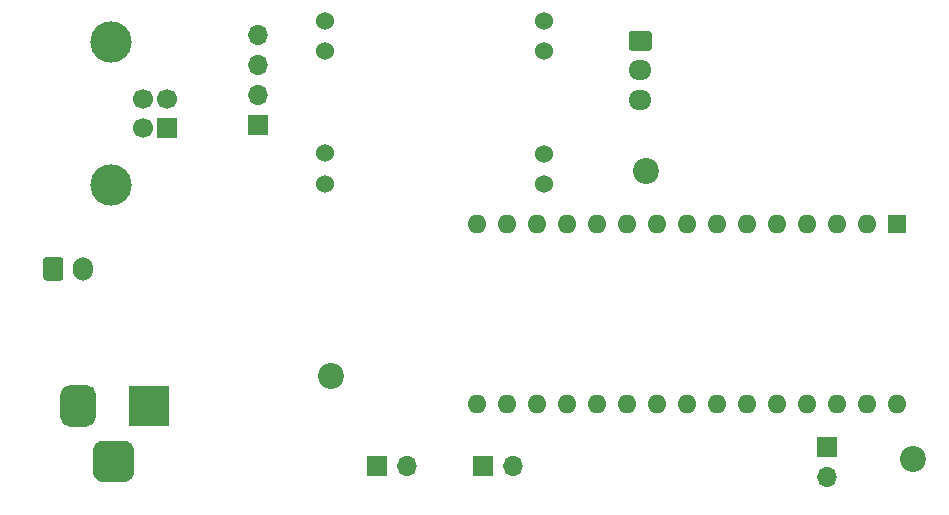
<source format=gbs>
G04 #@! TF.GenerationSoftware,KiCad,Pcbnew,(5.1.10)-1*
G04 #@! TF.CreationDate,2022-01-19T22:21:47+01:00*
G04 #@! TF.ProjectId,ELFlatPanel,454c466c-6174-4506-916e-656c2e6b6963,3.0*
G04 #@! TF.SameCoordinates,Original*
G04 #@! TF.FileFunction,Soldermask,Bot*
G04 #@! TF.FilePolarity,Negative*
%FSLAX46Y46*%
G04 Gerber Fmt 4.6, Leading zero omitted, Abs format (unit mm)*
G04 Created by KiCad (PCBNEW (5.1.10)-1) date 2022-01-19 22:21:47*
%MOMM*%
%LPD*%
G01*
G04 APERTURE LIST*
%ADD10R,1.700000X1.700000*%
%ADD11C,1.700000*%
%ADD12C,3.500000*%
%ADD13C,2.200000*%
%ADD14R,1.600000X1.600000*%
%ADD15O,1.600000X1.600000*%
%ADD16O,1.700000X1.700000*%
%ADD17R,3.500000X3.500000*%
%ADD18O,1.700000X2.000000*%
%ADD19O,1.950000X1.700000*%
%ADD20C,1.524000*%
G04 APERTURE END LIST*
D10*
X100300000Y-84900000D03*
D11*
X100300000Y-82400000D03*
X98300000Y-82400000D03*
X98300000Y-84900000D03*
D12*
X95590000Y-89670000D03*
X95590000Y-77630000D03*
D13*
X114200000Y-105900000D03*
X163500000Y-112900000D03*
X140900000Y-88500000D03*
D14*
X162100000Y-93000000D03*
D15*
X129080000Y-108240000D03*
X159560000Y-93000000D03*
X131620000Y-108240000D03*
X157020000Y-93000000D03*
X134160000Y-108240000D03*
X154480000Y-93000000D03*
X136700000Y-108240000D03*
X151940000Y-93000000D03*
X139240000Y-108240000D03*
X149400000Y-93000000D03*
X141780000Y-108240000D03*
X146860000Y-93000000D03*
X144320000Y-108240000D03*
X144320000Y-93000000D03*
X146860000Y-108240000D03*
X141780000Y-93000000D03*
X149400000Y-108240000D03*
X139240000Y-93000000D03*
X151940000Y-108240000D03*
X136700000Y-93000000D03*
X154480000Y-108240000D03*
X134160000Y-93000000D03*
X157020000Y-108240000D03*
X131620000Y-93000000D03*
X159560000Y-108240000D03*
X129080000Y-93000000D03*
X162100000Y-108240000D03*
X126540000Y-93000000D03*
X126540000Y-108240000D03*
D10*
X108000000Y-84600000D03*
D16*
X108000000Y-82060000D03*
X108000000Y-79520000D03*
X108000000Y-76980000D03*
D17*
X98800000Y-108400000D03*
G36*
G01*
X91300000Y-109400000D02*
X91300000Y-107400000D01*
G75*
G02*
X92050000Y-106650000I750000J0D01*
G01*
X93550000Y-106650000D01*
G75*
G02*
X94300000Y-107400000I0J-750000D01*
G01*
X94300000Y-109400000D01*
G75*
G02*
X93550000Y-110150000I-750000J0D01*
G01*
X92050000Y-110150000D01*
G75*
G02*
X91300000Y-109400000I0J750000D01*
G01*
G37*
G36*
G01*
X94050000Y-113975000D02*
X94050000Y-112225000D01*
G75*
G02*
X94925000Y-111350000I875000J0D01*
G01*
X96675000Y-111350000D01*
G75*
G02*
X97550000Y-112225000I0J-875000D01*
G01*
X97550000Y-113975000D01*
G75*
G02*
X96675000Y-114850000I-875000J0D01*
G01*
X94925000Y-114850000D01*
G75*
G02*
X94050000Y-113975000I0J875000D01*
G01*
G37*
G36*
G01*
X89850000Y-97550000D02*
X89850000Y-96050000D01*
G75*
G02*
X90100000Y-95800000I250000J0D01*
G01*
X91300000Y-95800000D01*
G75*
G02*
X91550000Y-96050000I0J-250000D01*
G01*
X91550000Y-97550000D01*
G75*
G02*
X91300000Y-97800000I-250000J0D01*
G01*
X90100000Y-97800000D01*
G75*
G02*
X89850000Y-97550000I0J250000D01*
G01*
G37*
D18*
X93200000Y-96800000D03*
D16*
X120640000Y-113500000D03*
D10*
X118100000Y-113500000D03*
X127100000Y-113500000D03*
D16*
X129640000Y-113500000D03*
G36*
G01*
X139675000Y-76650000D02*
X141125000Y-76650000D01*
G75*
G02*
X141375000Y-76900000I0J-250000D01*
G01*
X141375000Y-78100000D01*
G75*
G02*
X141125000Y-78350000I-250000J0D01*
G01*
X139675000Y-78350000D01*
G75*
G02*
X139425000Y-78100000I0J250000D01*
G01*
X139425000Y-76900000D01*
G75*
G02*
X139675000Y-76650000I250000J0D01*
G01*
G37*
D19*
X140400000Y-80000000D03*
X140400000Y-82500000D03*
D10*
X156200000Y-111900000D03*
D16*
X156200000Y-114440000D03*
D20*
X113729000Y-89604000D03*
X113729000Y-78336000D03*
X113729000Y-87000000D03*
X113729000Y-75796000D03*
X132271000Y-75796000D03*
X132271000Y-78336000D03*
X132271000Y-87064000D03*
X132271000Y-89604000D03*
M02*

</source>
